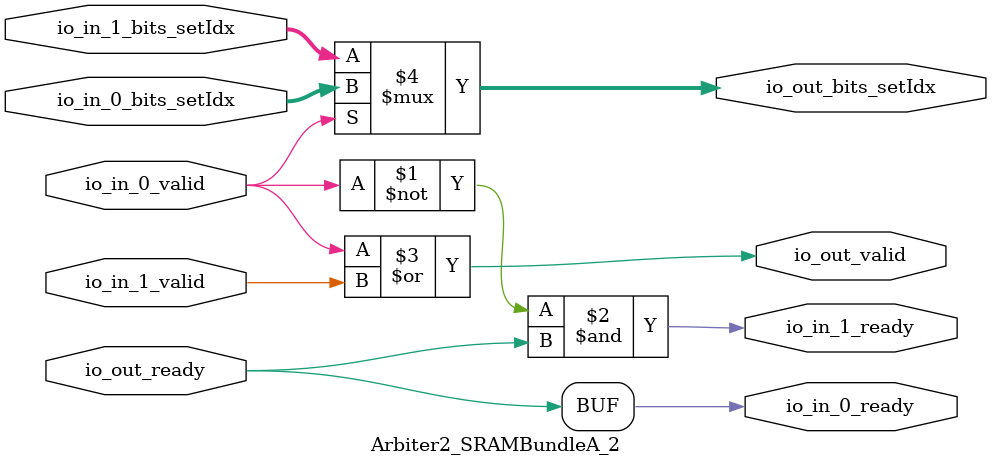
<source format=sv>
`ifndef RANDOMIZE
  `ifdef RANDOMIZE_MEM_INIT
    `define RANDOMIZE
  `endif // RANDOMIZE_MEM_INIT
`endif // not def RANDOMIZE
`ifndef RANDOMIZE
  `ifdef RANDOMIZE_REG_INIT
    `define RANDOMIZE
  `endif // RANDOMIZE_REG_INIT
`endif // not def RANDOMIZE

`ifndef RANDOM
  `define RANDOM $random
`endif // not def RANDOM

// Users can define INIT_RANDOM as general code that gets injected into the
// initializer block for modules with registers.
`ifndef INIT_RANDOM
  `define INIT_RANDOM
`endif // not def INIT_RANDOM

// If using random initialization, you can also define RANDOMIZE_DELAY to
// customize the delay used, otherwise 0.002 is used.
`ifndef RANDOMIZE_DELAY
  `define RANDOMIZE_DELAY 0.002
`endif // not def RANDOMIZE_DELAY

// Define INIT_RANDOM_PROLOG_ for use in our modules below.
`ifndef INIT_RANDOM_PROLOG_
  `ifdef RANDOMIZE
    `ifdef VERILATOR
      `define INIT_RANDOM_PROLOG_ `INIT_RANDOM
    `else  // VERILATOR
      `define INIT_RANDOM_PROLOG_ `INIT_RANDOM #`RANDOMIZE_DELAY begin end
    `endif // VERILATOR
  `else  // RANDOMIZE
    `define INIT_RANDOM_PROLOG_
  `endif // RANDOMIZE
`endif // not def INIT_RANDOM_PROLOG_

// Include register initializers in init blocks unless synthesis is set
`ifndef SYNTHESIS
  `ifndef ENABLE_INITIAL_REG_
    `define ENABLE_INITIAL_REG_
  `endif // not def ENABLE_INITIAL_REG_
`endif // not def SYNTHESIS

// Include rmemory initializers in init blocks unless synthesis is set
`ifndef SYNTHESIS
  `ifndef ENABLE_INITIAL_MEM_
    `define ENABLE_INITIAL_MEM_
  `endif // not def ENABLE_INITIAL_MEM_
`endif // not def SYNTHESIS

// Standard header to adapt well known macros for prints and assertions.

// Users can define 'ASSERT_VERBOSE_COND' to add an extra gate to assert error printing.
`ifndef ASSERT_VERBOSE_COND_
  `ifdef ASSERT_VERBOSE_COND
    `define ASSERT_VERBOSE_COND_ (`ASSERT_VERBOSE_COND)
  `else  // ASSERT_VERBOSE_COND
    `define ASSERT_VERBOSE_COND_ 1
  `endif // ASSERT_VERBOSE_COND
`endif // not def ASSERT_VERBOSE_COND_

// Users can define 'STOP_COND' to add an extra gate to stop conditions.
`ifndef STOP_COND_
  `ifdef STOP_COND
    `define STOP_COND_ (`STOP_COND)
  `else  // STOP_COND
    `define STOP_COND_ 1
  `endif // STOP_COND
`endif // not def STOP_COND_

module Arbiter2_SRAMBundleA_2(	// src/main/scala/chisel3/util/Arbiter.scala:133:7
  output        io_in_0_ready,	// src/main/scala/chisel3/util/Arbiter.scala:140:14
  input         io_in_0_valid,	// src/main/scala/chisel3/util/Arbiter.scala:140:14
  input  [11:0] io_in_0_bits_setIdx,	// src/main/scala/chisel3/util/Arbiter.scala:140:14
  output        io_in_1_ready,	// src/main/scala/chisel3/util/Arbiter.scala:140:14
  input         io_in_1_valid,	// src/main/scala/chisel3/util/Arbiter.scala:140:14
  input  [11:0] io_in_1_bits_setIdx,	// src/main/scala/chisel3/util/Arbiter.scala:140:14
  input         io_out_ready,	// src/main/scala/chisel3/util/Arbiter.scala:140:14
  output        io_out_valid,	// src/main/scala/chisel3/util/Arbiter.scala:140:14
  output [11:0] io_out_bits_setIdx	// src/main/scala/chisel3/util/Arbiter.scala:140:14
);

  assign io_in_0_ready = io_out_ready;	// src/main/scala/chisel3/util/Arbiter.scala:133:7
  assign io_in_1_ready = ~io_in_0_valid & io_out_ready;	// src/main/scala/chisel3/util/Arbiter.scala:45:78, :133:7, :153:19
  assign io_out_valid = io_in_0_valid | io_in_1_valid;	// src/main/scala/chisel3/util/Arbiter.scala:133:7, :154:31
  assign io_out_bits_setIdx = io_in_0_valid ? io_in_0_bits_setIdx : io_in_1_bits_setIdx;	// src/main/scala/chisel3/util/Arbiter.scala:133:7, :143:15, :145:26, :147:19
endmodule


</source>
